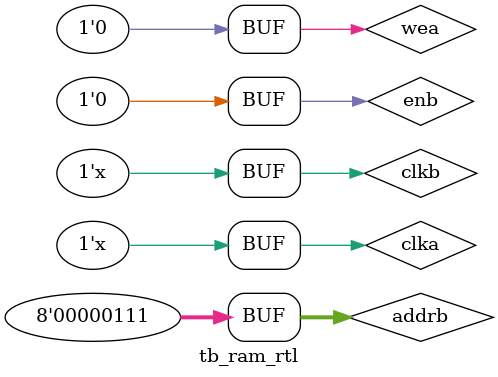
<source format=v>
`timescale 1ns / 1ps

module tb_ram_rtl(

);


reg clka;
reg clkb;
reg enb;
reg wea;
reg [7:0] addrb ;

wire [7:0] doutb ;
ram_rtl   
#(
  .WR_DATA_WIDTH   (8  ),
  .WR_DATA_DEPTH   (64 ),
  .RD_DATA_WIDTH   (8 ), //测试可用
  .INIT_FILE_PATH  ( "G:/_0_MY_RTL_/6_fifo/2_ram/version2/ram_rtl/ram_init_file.txt") ,
  .RD_MODE         ("fwft" ) //"std" "fwft"
  ) 
ram_rtl_u (
.clka   (clka   ), 
.wea    (wea    ),
.addra  (2  ),
.dina   (2342   ),
.clkb   (clkb   ),
.enb    (enb    ),
.addrb  (addrb  ),
.doutb  (doutb )

);
   

blk_mem_gen_0   blk_mem_gen_0_u
   (
    .clka   (clka) , //: IN STD_LOGIC;
    .ena    (1) , //: IN STD_LOGIC;
    .wea    (0  ) , //: IN STD_LOGIC_VECTOR(0 DOWNTO 0);
    .addra  (7) , //: IN STD_LOGIC_VECTOR(3 DOWNTO 0);
    .dina   (44) , //: IN STD_LOGIC_VECTOR(7 DOWNTO 0);
    .douta  () , //: OUT STD_LOGIC_VECTOR(7 DOWNTO 0);
    .clkb   (clkb) , //: IN STD_LOGIC;
    .enb    (0    ) , //: IN STD_LOGIC;
    .web    (0 ) , //: IN STD_LOGIC_VECTOR(0 DOWNTO 0);
    .addrb  (0) , //: IN STD_LOGIC_VECTOR(3 DOWNTO 0);
    .dinb   (11) , //: IN STD_LOGIC_VECTOR(7 DOWNTO 0);
    .doutb  ()   //: OUT STD_LOGIC_VECTOR(7 DOWNTO 0)
  );
  
  
  
   
always #5 clka = ~clka;
always #5 clkb = ~clkb;

initial begin
addrb = 8;
clka = 0;
clkb = 0;
wea = 0;
enb = 0;

#496;

wea = 1;
addrb = 6;
#10;
wea = 0;


#1000;
addrb = 15;
enb = 1;
addrb = 7;
#11;
enb = 0;


end 
    
    
    
    
    
    
    
    
    
    
    
    
endmodule

</source>
